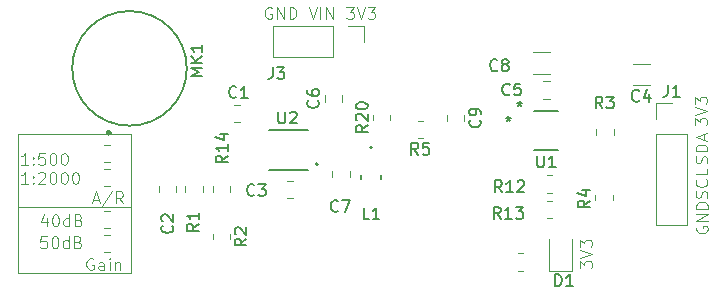
<source format=gbr>
%TF.GenerationSoftware,KiCad,Pcbnew,8.0.3-8.0.3-0~ubuntu24.04.1*%
%TF.CreationDate,2024-07-26T22:38:26-04:00*%
%TF.ProjectId,Microphone_ADC,4d696372-6f70-4686-9f6e-655f4144432e,rev?*%
%TF.SameCoordinates,Original*%
%TF.FileFunction,Legend,Top*%
%TF.FilePolarity,Positive*%
%FSLAX46Y46*%
G04 Gerber Fmt 4.6, Leading zero omitted, Abs format (unit mm)*
G04 Created by KiCad (PCBNEW 8.0.3-8.0.3-0~ubuntu24.04.1) date 2024-07-26 22:38:26*
%MOMM*%
%LPD*%
G01*
G04 APERTURE LIST*
%ADD10C,0.100000*%
%ADD11C,0.150000*%
%ADD12C,0.120000*%
%ADD13C,0.152400*%
%ADD14C,0.300000*%
%ADD15C,0.127000*%
G04 APERTURE END LIST*
D10*
X112137500Y-91900000D02*
X121737500Y-91900000D01*
X121737500Y-98050000D01*
X112137500Y-98050000D01*
X112137500Y-91900000D01*
X112137500Y-98050000D02*
X121737500Y-98050000D01*
X121737500Y-103650000D01*
X112137500Y-103650000D01*
X112137500Y-98050000D01*
X133615193Y-81220038D02*
X133519955Y-81172419D01*
X133519955Y-81172419D02*
X133377098Y-81172419D01*
X133377098Y-81172419D02*
X133234241Y-81220038D01*
X133234241Y-81220038D02*
X133139003Y-81315276D01*
X133139003Y-81315276D02*
X133091384Y-81410514D01*
X133091384Y-81410514D02*
X133043765Y-81600990D01*
X133043765Y-81600990D02*
X133043765Y-81743847D01*
X133043765Y-81743847D02*
X133091384Y-81934323D01*
X133091384Y-81934323D02*
X133139003Y-82029561D01*
X133139003Y-82029561D02*
X133234241Y-82124800D01*
X133234241Y-82124800D02*
X133377098Y-82172419D01*
X133377098Y-82172419D02*
X133472336Y-82172419D01*
X133472336Y-82172419D02*
X133615193Y-82124800D01*
X133615193Y-82124800D02*
X133662812Y-82077180D01*
X133662812Y-82077180D02*
X133662812Y-81743847D01*
X133662812Y-81743847D02*
X133472336Y-81743847D01*
X134091384Y-82172419D02*
X134091384Y-81172419D01*
X134091384Y-81172419D02*
X134662812Y-82172419D01*
X134662812Y-82172419D02*
X134662812Y-81172419D01*
X135139003Y-82172419D02*
X135139003Y-81172419D01*
X135139003Y-81172419D02*
X135377098Y-81172419D01*
X135377098Y-81172419D02*
X135519955Y-81220038D01*
X135519955Y-81220038D02*
X135615193Y-81315276D01*
X135615193Y-81315276D02*
X135662812Y-81410514D01*
X135662812Y-81410514D02*
X135710431Y-81600990D01*
X135710431Y-81600990D02*
X135710431Y-81743847D01*
X135710431Y-81743847D02*
X135662812Y-81934323D01*
X135662812Y-81934323D02*
X135615193Y-82029561D01*
X135615193Y-82029561D02*
X135519955Y-82124800D01*
X135519955Y-82124800D02*
X135377098Y-82172419D01*
X135377098Y-82172419D02*
X135139003Y-82172419D01*
X136758051Y-81172419D02*
X137091384Y-82172419D01*
X137091384Y-82172419D02*
X137424717Y-81172419D01*
X137758051Y-82172419D02*
X137758051Y-81172419D01*
X138234241Y-82172419D02*
X138234241Y-81172419D01*
X138234241Y-81172419D02*
X138805669Y-82172419D01*
X138805669Y-82172419D02*
X138805669Y-81172419D01*
X139948527Y-81172419D02*
X140567574Y-81172419D01*
X140567574Y-81172419D02*
X140234241Y-81553371D01*
X140234241Y-81553371D02*
X140377098Y-81553371D01*
X140377098Y-81553371D02*
X140472336Y-81600990D01*
X140472336Y-81600990D02*
X140519955Y-81648609D01*
X140519955Y-81648609D02*
X140567574Y-81743847D01*
X140567574Y-81743847D02*
X140567574Y-81981942D01*
X140567574Y-81981942D02*
X140519955Y-82077180D01*
X140519955Y-82077180D02*
X140472336Y-82124800D01*
X140472336Y-82124800D02*
X140377098Y-82172419D01*
X140377098Y-82172419D02*
X140091384Y-82172419D01*
X140091384Y-82172419D02*
X139996146Y-82124800D01*
X139996146Y-82124800D02*
X139948527Y-82077180D01*
X140853289Y-81172419D02*
X141186622Y-82172419D01*
X141186622Y-82172419D02*
X141519955Y-81172419D01*
X141758051Y-81172419D02*
X142377098Y-81172419D01*
X142377098Y-81172419D02*
X142043765Y-81553371D01*
X142043765Y-81553371D02*
X142186622Y-81553371D01*
X142186622Y-81553371D02*
X142281860Y-81600990D01*
X142281860Y-81600990D02*
X142329479Y-81648609D01*
X142329479Y-81648609D02*
X142377098Y-81743847D01*
X142377098Y-81743847D02*
X142377098Y-81981942D01*
X142377098Y-81981942D02*
X142329479Y-82077180D01*
X142329479Y-82077180D02*
X142281860Y-82124800D01*
X142281860Y-82124800D02*
X142186622Y-82172419D01*
X142186622Y-82172419D02*
X141900908Y-82172419D01*
X141900908Y-82172419D02*
X141805670Y-82124800D01*
X141805670Y-82124800D02*
X141758051Y-82077180D01*
X113015193Y-94512475D02*
X112443765Y-94512475D01*
X112729479Y-94512475D02*
X112729479Y-93512475D01*
X112729479Y-93512475D02*
X112634241Y-93655332D01*
X112634241Y-93655332D02*
X112539003Y-93750570D01*
X112539003Y-93750570D02*
X112443765Y-93798189D01*
X113443765Y-94417236D02*
X113491384Y-94464856D01*
X113491384Y-94464856D02*
X113443765Y-94512475D01*
X113443765Y-94512475D02*
X113396146Y-94464856D01*
X113396146Y-94464856D02*
X113443765Y-94417236D01*
X113443765Y-94417236D02*
X113443765Y-94512475D01*
X113443765Y-93893427D02*
X113491384Y-93941046D01*
X113491384Y-93941046D02*
X113443765Y-93988665D01*
X113443765Y-93988665D02*
X113396146Y-93941046D01*
X113396146Y-93941046D02*
X113443765Y-93893427D01*
X113443765Y-93893427D02*
X113443765Y-93988665D01*
X114396145Y-93512475D02*
X113919955Y-93512475D01*
X113919955Y-93512475D02*
X113872336Y-93988665D01*
X113872336Y-93988665D02*
X113919955Y-93941046D01*
X113919955Y-93941046D02*
X114015193Y-93893427D01*
X114015193Y-93893427D02*
X114253288Y-93893427D01*
X114253288Y-93893427D02*
X114348526Y-93941046D01*
X114348526Y-93941046D02*
X114396145Y-93988665D01*
X114396145Y-93988665D02*
X114443764Y-94083903D01*
X114443764Y-94083903D02*
X114443764Y-94321998D01*
X114443764Y-94321998D02*
X114396145Y-94417236D01*
X114396145Y-94417236D02*
X114348526Y-94464856D01*
X114348526Y-94464856D02*
X114253288Y-94512475D01*
X114253288Y-94512475D02*
X114015193Y-94512475D01*
X114015193Y-94512475D02*
X113919955Y-94464856D01*
X113919955Y-94464856D02*
X113872336Y-94417236D01*
X115062812Y-93512475D02*
X115158050Y-93512475D01*
X115158050Y-93512475D02*
X115253288Y-93560094D01*
X115253288Y-93560094D02*
X115300907Y-93607713D01*
X115300907Y-93607713D02*
X115348526Y-93702951D01*
X115348526Y-93702951D02*
X115396145Y-93893427D01*
X115396145Y-93893427D02*
X115396145Y-94131522D01*
X115396145Y-94131522D02*
X115348526Y-94321998D01*
X115348526Y-94321998D02*
X115300907Y-94417236D01*
X115300907Y-94417236D02*
X115253288Y-94464856D01*
X115253288Y-94464856D02*
X115158050Y-94512475D01*
X115158050Y-94512475D02*
X115062812Y-94512475D01*
X115062812Y-94512475D02*
X114967574Y-94464856D01*
X114967574Y-94464856D02*
X114919955Y-94417236D01*
X114919955Y-94417236D02*
X114872336Y-94321998D01*
X114872336Y-94321998D02*
X114824717Y-94131522D01*
X114824717Y-94131522D02*
X114824717Y-93893427D01*
X114824717Y-93893427D02*
X114872336Y-93702951D01*
X114872336Y-93702951D02*
X114919955Y-93607713D01*
X114919955Y-93607713D02*
X114967574Y-93560094D01*
X114967574Y-93560094D02*
X115062812Y-93512475D01*
X116015193Y-93512475D02*
X116110431Y-93512475D01*
X116110431Y-93512475D02*
X116205669Y-93560094D01*
X116205669Y-93560094D02*
X116253288Y-93607713D01*
X116253288Y-93607713D02*
X116300907Y-93702951D01*
X116300907Y-93702951D02*
X116348526Y-93893427D01*
X116348526Y-93893427D02*
X116348526Y-94131522D01*
X116348526Y-94131522D02*
X116300907Y-94321998D01*
X116300907Y-94321998D02*
X116253288Y-94417236D01*
X116253288Y-94417236D02*
X116205669Y-94464856D01*
X116205669Y-94464856D02*
X116110431Y-94512475D01*
X116110431Y-94512475D02*
X116015193Y-94512475D01*
X116015193Y-94512475D02*
X115919955Y-94464856D01*
X115919955Y-94464856D02*
X115872336Y-94417236D01*
X115872336Y-94417236D02*
X115824717Y-94321998D01*
X115824717Y-94321998D02*
X115777098Y-94131522D01*
X115777098Y-94131522D02*
X115777098Y-93893427D01*
X115777098Y-93893427D02*
X115824717Y-93702951D01*
X115824717Y-93702951D02*
X115872336Y-93607713D01*
X115872336Y-93607713D02*
X115919955Y-93560094D01*
X115919955Y-93560094D02*
X116015193Y-93512475D01*
X113015193Y-96122419D02*
X112443765Y-96122419D01*
X112729479Y-96122419D02*
X112729479Y-95122419D01*
X112729479Y-95122419D02*
X112634241Y-95265276D01*
X112634241Y-95265276D02*
X112539003Y-95360514D01*
X112539003Y-95360514D02*
X112443765Y-95408133D01*
X113443765Y-96027180D02*
X113491384Y-96074800D01*
X113491384Y-96074800D02*
X113443765Y-96122419D01*
X113443765Y-96122419D02*
X113396146Y-96074800D01*
X113396146Y-96074800D02*
X113443765Y-96027180D01*
X113443765Y-96027180D02*
X113443765Y-96122419D01*
X113443765Y-95503371D02*
X113491384Y-95550990D01*
X113491384Y-95550990D02*
X113443765Y-95598609D01*
X113443765Y-95598609D02*
X113396146Y-95550990D01*
X113396146Y-95550990D02*
X113443765Y-95503371D01*
X113443765Y-95503371D02*
X113443765Y-95598609D01*
X113872336Y-95217657D02*
X113919955Y-95170038D01*
X113919955Y-95170038D02*
X114015193Y-95122419D01*
X114015193Y-95122419D02*
X114253288Y-95122419D01*
X114253288Y-95122419D02*
X114348526Y-95170038D01*
X114348526Y-95170038D02*
X114396145Y-95217657D01*
X114396145Y-95217657D02*
X114443764Y-95312895D01*
X114443764Y-95312895D02*
X114443764Y-95408133D01*
X114443764Y-95408133D02*
X114396145Y-95550990D01*
X114396145Y-95550990D02*
X113824717Y-96122419D01*
X113824717Y-96122419D02*
X114443764Y-96122419D01*
X115062812Y-95122419D02*
X115158050Y-95122419D01*
X115158050Y-95122419D02*
X115253288Y-95170038D01*
X115253288Y-95170038D02*
X115300907Y-95217657D01*
X115300907Y-95217657D02*
X115348526Y-95312895D01*
X115348526Y-95312895D02*
X115396145Y-95503371D01*
X115396145Y-95503371D02*
X115396145Y-95741466D01*
X115396145Y-95741466D02*
X115348526Y-95931942D01*
X115348526Y-95931942D02*
X115300907Y-96027180D01*
X115300907Y-96027180D02*
X115253288Y-96074800D01*
X115253288Y-96074800D02*
X115158050Y-96122419D01*
X115158050Y-96122419D02*
X115062812Y-96122419D01*
X115062812Y-96122419D02*
X114967574Y-96074800D01*
X114967574Y-96074800D02*
X114919955Y-96027180D01*
X114919955Y-96027180D02*
X114872336Y-95931942D01*
X114872336Y-95931942D02*
X114824717Y-95741466D01*
X114824717Y-95741466D02*
X114824717Y-95503371D01*
X114824717Y-95503371D02*
X114872336Y-95312895D01*
X114872336Y-95312895D02*
X114919955Y-95217657D01*
X114919955Y-95217657D02*
X114967574Y-95170038D01*
X114967574Y-95170038D02*
X115062812Y-95122419D01*
X116015193Y-95122419D02*
X116110431Y-95122419D01*
X116110431Y-95122419D02*
X116205669Y-95170038D01*
X116205669Y-95170038D02*
X116253288Y-95217657D01*
X116253288Y-95217657D02*
X116300907Y-95312895D01*
X116300907Y-95312895D02*
X116348526Y-95503371D01*
X116348526Y-95503371D02*
X116348526Y-95741466D01*
X116348526Y-95741466D02*
X116300907Y-95931942D01*
X116300907Y-95931942D02*
X116253288Y-96027180D01*
X116253288Y-96027180D02*
X116205669Y-96074800D01*
X116205669Y-96074800D02*
X116110431Y-96122419D01*
X116110431Y-96122419D02*
X116015193Y-96122419D01*
X116015193Y-96122419D02*
X115919955Y-96074800D01*
X115919955Y-96074800D02*
X115872336Y-96027180D01*
X115872336Y-96027180D02*
X115824717Y-95931942D01*
X115824717Y-95931942D02*
X115777098Y-95741466D01*
X115777098Y-95741466D02*
X115777098Y-95503371D01*
X115777098Y-95503371D02*
X115824717Y-95312895D01*
X115824717Y-95312895D02*
X115872336Y-95217657D01*
X115872336Y-95217657D02*
X115919955Y-95170038D01*
X115919955Y-95170038D02*
X116015193Y-95122419D01*
X116967574Y-95122419D02*
X117062812Y-95122419D01*
X117062812Y-95122419D02*
X117158050Y-95170038D01*
X117158050Y-95170038D02*
X117205669Y-95217657D01*
X117205669Y-95217657D02*
X117253288Y-95312895D01*
X117253288Y-95312895D02*
X117300907Y-95503371D01*
X117300907Y-95503371D02*
X117300907Y-95741466D01*
X117300907Y-95741466D02*
X117253288Y-95931942D01*
X117253288Y-95931942D02*
X117205669Y-96027180D01*
X117205669Y-96027180D02*
X117158050Y-96074800D01*
X117158050Y-96074800D02*
X117062812Y-96122419D01*
X117062812Y-96122419D02*
X116967574Y-96122419D01*
X116967574Y-96122419D02*
X116872336Y-96074800D01*
X116872336Y-96074800D02*
X116824717Y-96027180D01*
X116824717Y-96027180D02*
X116777098Y-95931942D01*
X116777098Y-95931942D02*
X116729479Y-95741466D01*
X116729479Y-95741466D02*
X116729479Y-95503371D01*
X116729479Y-95503371D02*
X116777098Y-95312895D01*
X116777098Y-95312895D02*
X116824717Y-95217657D01*
X116824717Y-95217657D02*
X116872336Y-95170038D01*
X116872336Y-95170038D02*
X116967574Y-95122419D01*
X169472419Y-91171353D02*
X169472419Y-90552306D01*
X169472419Y-90552306D02*
X169853371Y-90885639D01*
X169853371Y-90885639D02*
X169853371Y-90742782D01*
X169853371Y-90742782D02*
X169900990Y-90647544D01*
X169900990Y-90647544D02*
X169948609Y-90599925D01*
X169948609Y-90599925D02*
X170043847Y-90552306D01*
X170043847Y-90552306D02*
X170281942Y-90552306D01*
X170281942Y-90552306D02*
X170377180Y-90599925D01*
X170377180Y-90599925D02*
X170424800Y-90647544D01*
X170424800Y-90647544D02*
X170472419Y-90742782D01*
X170472419Y-90742782D02*
X170472419Y-91028496D01*
X170472419Y-91028496D02*
X170424800Y-91123734D01*
X170424800Y-91123734D02*
X170377180Y-91171353D01*
X169472419Y-90266591D02*
X170472419Y-89933258D01*
X170472419Y-89933258D02*
X169472419Y-89599925D01*
X169472419Y-89361829D02*
X169472419Y-88742782D01*
X169472419Y-88742782D02*
X169853371Y-89076115D01*
X169853371Y-89076115D02*
X169853371Y-88933258D01*
X169853371Y-88933258D02*
X169900990Y-88838020D01*
X169900990Y-88838020D02*
X169948609Y-88790401D01*
X169948609Y-88790401D02*
X170043847Y-88742782D01*
X170043847Y-88742782D02*
X170281942Y-88742782D01*
X170281942Y-88742782D02*
X170377180Y-88790401D01*
X170377180Y-88790401D02*
X170424800Y-88838020D01*
X170424800Y-88838020D02*
X170472419Y-88933258D01*
X170472419Y-88933258D02*
X170472419Y-89218972D01*
X170472419Y-89218972D02*
X170424800Y-89314210D01*
X170424800Y-89314210D02*
X170377180Y-89361829D01*
X170474800Y-94373734D02*
X170522419Y-94230877D01*
X170522419Y-94230877D02*
X170522419Y-93992782D01*
X170522419Y-93992782D02*
X170474800Y-93897544D01*
X170474800Y-93897544D02*
X170427180Y-93849925D01*
X170427180Y-93849925D02*
X170331942Y-93802306D01*
X170331942Y-93802306D02*
X170236704Y-93802306D01*
X170236704Y-93802306D02*
X170141466Y-93849925D01*
X170141466Y-93849925D02*
X170093847Y-93897544D01*
X170093847Y-93897544D02*
X170046228Y-93992782D01*
X170046228Y-93992782D02*
X169998609Y-94183258D01*
X169998609Y-94183258D02*
X169950990Y-94278496D01*
X169950990Y-94278496D02*
X169903371Y-94326115D01*
X169903371Y-94326115D02*
X169808133Y-94373734D01*
X169808133Y-94373734D02*
X169712895Y-94373734D01*
X169712895Y-94373734D02*
X169617657Y-94326115D01*
X169617657Y-94326115D02*
X169570038Y-94278496D01*
X169570038Y-94278496D02*
X169522419Y-94183258D01*
X169522419Y-94183258D02*
X169522419Y-93945163D01*
X169522419Y-93945163D02*
X169570038Y-93802306D01*
X170522419Y-93373734D02*
X169522419Y-93373734D01*
X169522419Y-93373734D02*
X169522419Y-93135639D01*
X169522419Y-93135639D02*
X169570038Y-92992782D01*
X169570038Y-92992782D02*
X169665276Y-92897544D01*
X169665276Y-92897544D02*
X169760514Y-92849925D01*
X169760514Y-92849925D02*
X169950990Y-92802306D01*
X169950990Y-92802306D02*
X170093847Y-92802306D01*
X170093847Y-92802306D02*
X170284323Y-92849925D01*
X170284323Y-92849925D02*
X170379561Y-92897544D01*
X170379561Y-92897544D02*
X170474800Y-92992782D01*
X170474800Y-92992782D02*
X170522419Y-93135639D01*
X170522419Y-93135639D02*
X170522419Y-93373734D01*
X170236704Y-92421353D02*
X170236704Y-91945163D01*
X170522419Y-92516591D02*
X169522419Y-92183258D01*
X169522419Y-92183258D02*
X170522419Y-91849925D01*
X118493765Y-97486704D02*
X118969955Y-97486704D01*
X118398527Y-97772419D02*
X118731860Y-96772419D01*
X118731860Y-96772419D02*
X119065193Y-97772419D01*
X120112812Y-96724800D02*
X119255670Y-98010514D01*
X121017574Y-97772419D02*
X120684241Y-97296228D01*
X120446146Y-97772419D02*
X120446146Y-96772419D01*
X120446146Y-96772419D02*
X120827098Y-96772419D01*
X120827098Y-96772419D02*
X120922336Y-96820038D01*
X120922336Y-96820038D02*
X120969955Y-96867657D01*
X120969955Y-96867657D02*
X121017574Y-96962895D01*
X121017574Y-96962895D02*
X121017574Y-97105752D01*
X121017574Y-97105752D02*
X120969955Y-97200990D01*
X120969955Y-97200990D02*
X120922336Y-97248609D01*
X120922336Y-97248609D02*
X120827098Y-97296228D01*
X120827098Y-97296228D02*
X120446146Y-97296228D01*
X114567574Y-100572419D02*
X114091384Y-100572419D01*
X114091384Y-100572419D02*
X114043765Y-101048609D01*
X114043765Y-101048609D02*
X114091384Y-101000990D01*
X114091384Y-101000990D02*
X114186622Y-100953371D01*
X114186622Y-100953371D02*
X114424717Y-100953371D01*
X114424717Y-100953371D02*
X114519955Y-101000990D01*
X114519955Y-101000990D02*
X114567574Y-101048609D01*
X114567574Y-101048609D02*
X114615193Y-101143847D01*
X114615193Y-101143847D02*
X114615193Y-101381942D01*
X114615193Y-101381942D02*
X114567574Y-101477180D01*
X114567574Y-101477180D02*
X114519955Y-101524800D01*
X114519955Y-101524800D02*
X114424717Y-101572419D01*
X114424717Y-101572419D02*
X114186622Y-101572419D01*
X114186622Y-101572419D02*
X114091384Y-101524800D01*
X114091384Y-101524800D02*
X114043765Y-101477180D01*
X115234241Y-100572419D02*
X115329479Y-100572419D01*
X115329479Y-100572419D02*
X115424717Y-100620038D01*
X115424717Y-100620038D02*
X115472336Y-100667657D01*
X115472336Y-100667657D02*
X115519955Y-100762895D01*
X115519955Y-100762895D02*
X115567574Y-100953371D01*
X115567574Y-100953371D02*
X115567574Y-101191466D01*
X115567574Y-101191466D02*
X115519955Y-101381942D01*
X115519955Y-101381942D02*
X115472336Y-101477180D01*
X115472336Y-101477180D02*
X115424717Y-101524800D01*
X115424717Y-101524800D02*
X115329479Y-101572419D01*
X115329479Y-101572419D02*
X115234241Y-101572419D01*
X115234241Y-101572419D02*
X115139003Y-101524800D01*
X115139003Y-101524800D02*
X115091384Y-101477180D01*
X115091384Y-101477180D02*
X115043765Y-101381942D01*
X115043765Y-101381942D02*
X114996146Y-101191466D01*
X114996146Y-101191466D02*
X114996146Y-100953371D01*
X114996146Y-100953371D02*
X115043765Y-100762895D01*
X115043765Y-100762895D02*
X115091384Y-100667657D01*
X115091384Y-100667657D02*
X115139003Y-100620038D01*
X115139003Y-100620038D02*
X115234241Y-100572419D01*
X116424717Y-101572419D02*
X116424717Y-100572419D01*
X116424717Y-101524800D02*
X116329479Y-101572419D01*
X116329479Y-101572419D02*
X116139003Y-101572419D01*
X116139003Y-101572419D02*
X116043765Y-101524800D01*
X116043765Y-101524800D02*
X115996146Y-101477180D01*
X115996146Y-101477180D02*
X115948527Y-101381942D01*
X115948527Y-101381942D02*
X115948527Y-101096228D01*
X115948527Y-101096228D02*
X115996146Y-101000990D01*
X115996146Y-101000990D02*
X116043765Y-100953371D01*
X116043765Y-100953371D02*
X116139003Y-100905752D01*
X116139003Y-100905752D02*
X116329479Y-100905752D01*
X116329479Y-100905752D02*
X116424717Y-100953371D01*
X117234241Y-101048609D02*
X117377098Y-101096228D01*
X117377098Y-101096228D02*
X117424717Y-101143847D01*
X117424717Y-101143847D02*
X117472336Y-101239085D01*
X117472336Y-101239085D02*
X117472336Y-101381942D01*
X117472336Y-101381942D02*
X117424717Y-101477180D01*
X117424717Y-101477180D02*
X117377098Y-101524800D01*
X117377098Y-101524800D02*
X117281860Y-101572419D01*
X117281860Y-101572419D02*
X116900908Y-101572419D01*
X116900908Y-101572419D02*
X116900908Y-100572419D01*
X116900908Y-100572419D02*
X117234241Y-100572419D01*
X117234241Y-100572419D02*
X117329479Y-100620038D01*
X117329479Y-100620038D02*
X117377098Y-100667657D01*
X117377098Y-100667657D02*
X117424717Y-100762895D01*
X117424717Y-100762895D02*
X117424717Y-100858133D01*
X117424717Y-100858133D02*
X117377098Y-100953371D01*
X117377098Y-100953371D02*
X117329479Y-101000990D01*
X117329479Y-101000990D02*
X117234241Y-101048609D01*
X117234241Y-101048609D02*
X116900908Y-101048609D01*
X114569955Y-99055752D02*
X114569955Y-99722419D01*
X114331860Y-98674800D02*
X114093765Y-99389085D01*
X114093765Y-99389085D02*
X114712812Y-99389085D01*
X115284241Y-98722419D02*
X115379479Y-98722419D01*
X115379479Y-98722419D02*
X115474717Y-98770038D01*
X115474717Y-98770038D02*
X115522336Y-98817657D01*
X115522336Y-98817657D02*
X115569955Y-98912895D01*
X115569955Y-98912895D02*
X115617574Y-99103371D01*
X115617574Y-99103371D02*
X115617574Y-99341466D01*
X115617574Y-99341466D02*
X115569955Y-99531942D01*
X115569955Y-99531942D02*
X115522336Y-99627180D01*
X115522336Y-99627180D02*
X115474717Y-99674800D01*
X115474717Y-99674800D02*
X115379479Y-99722419D01*
X115379479Y-99722419D02*
X115284241Y-99722419D01*
X115284241Y-99722419D02*
X115189003Y-99674800D01*
X115189003Y-99674800D02*
X115141384Y-99627180D01*
X115141384Y-99627180D02*
X115093765Y-99531942D01*
X115093765Y-99531942D02*
X115046146Y-99341466D01*
X115046146Y-99341466D02*
X115046146Y-99103371D01*
X115046146Y-99103371D02*
X115093765Y-98912895D01*
X115093765Y-98912895D02*
X115141384Y-98817657D01*
X115141384Y-98817657D02*
X115189003Y-98770038D01*
X115189003Y-98770038D02*
X115284241Y-98722419D01*
X116474717Y-99722419D02*
X116474717Y-98722419D01*
X116474717Y-99674800D02*
X116379479Y-99722419D01*
X116379479Y-99722419D02*
X116189003Y-99722419D01*
X116189003Y-99722419D02*
X116093765Y-99674800D01*
X116093765Y-99674800D02*
X116046146Y-99627180D01*
X116046146Y-99627180D02*
X115998527Y-99531942D01*
X115998527Y-99531942D02*
X115998527Y-99246228D01*
X115998527Y-99246228D02*
X116046146Y-99150990D01*
X116046146Y-99150990D02*
X116093765Y-99103371D01*
X116093765Y-99103371D02*
X116189003Y-99055752D01*
X116189003Y-99055752D02*
X116379479Y-99055752D01*
X116379479Y-99055752D02*
X116474717Y-99103371D01*
X117284241Y-99198609D02*
X117427098Y-99246228D01*
X117427098Y-99246228D02*
X117474717Y-99293847D01*
X117474717Y-99293847D02*
X117522336Y-99389085D01*
X117522336Y-99389085D02*
X117522336Y-99531942D01*
X117522336Y-99531942D02*
X117474717Y-99627180D01*
X117474717Y-99627180D02*
X117427098Y-99674800D01*
X117427098Y-99674800D02*
X117331860Y-99722419D01*
X117331860Y-99722419D02*
X116950908Y-99722419D01*
X116950908Y-99722419D02*
X116950908Y-98722419D01*
X116950908Y-98722419D02*
X117284241Y-98722419D01*
X117284241Y-98722419D02*
X117379479Y-98770038D01*
X117379479Y-98770038D02*
X117427098Y-98817657D01*
X117427098Y-98817657D02*
X117474717Y-98912895D01*
X117474717Y-98912895D02*
X117474717Y-99008133D01*
X117474717Y-99008133D02*
X117427098Y-99103371D01*
X117427098Y-99103371D02*
X117379479Y-99150990D01*
X117379479Y-99150990D02*
X117284241Y-99198609D01*
X117284241Y-99198609D02*
X116950908Y-99198609D01*
X118515193Y-102470038D02*
X118419955Y-102422419D01*
X118419955Y-102422419D02*
X118277098Y-102422419D01*
X118277098Y-102422419D02*
X118134241Y-102470038D01*
X118134241Y-102470038D02*
X118039003Y-102565276D01*
X118039003Y-102565276D02*
X117991384Y-102660514D01*
X117991384Y-102660514D02*
X117943765Y-102850990D01*
X117943765Y-102850990D02*
X117943765Y-102993847D01*
X117943765Y-102993847D02*
X117991384Y-103184323D01*
X117991384Y-103184323D02*
X118039003Y-103279561D01*
X118039003Y-103279561D02*
X118134241Y-103374800D01*
X118134241Y-103374800D02*
X118277098Y-103422419D01*
X118277098Y-103422419D02*
X118372336Y-103422419D01*
X118372336Y-103422419D02*
X118515193Y-103374800D01*
X118515193Y-103374800D02*
X118562812Y-103327180D01*
X118562812Y-103327180D02*
X118562812Y-102993847D01*
X118562812Y-102993847D02*
X118372336Y-102993847D01*
X119419955Y-103422419D02*
X119419955Y-102898609D01*
X119419955Y-102898609D02*
X119372336Y-102803371D01*
X119372336Y-102803371D02*
X119277098Y-102755752D01*
X119277098Y-102755752D02*
X119086622Y-102755752D01*
X119086622Y-102755752D02*
X118991384Y-102803371D01*
X119419955Y-103374800D02*
X119324717Y-103422419D01*
X119324717Y-103422419D02*
X119086622Y-103422419D01*
X119086622Y-103422419D02*
X118991384Y-103374800D01*
X118991384Y-103374800D02*
X118943765Y-103279561D01*
X118943765Y-103279561D02*
X118943765Y-103184323D01*
X118943765Y-103184323D02*
X118991384Y-103089085D01*
X118991384Y-103089085D02*
X119086622Y-103041466D01*
X119086622Y-103041466D02*
X119324717Y-103041466D01*
X119324717Y-103041466D02*
X119419955Y-102993847D01*
X119896146Y-103422419D02*
X119896146Y-102755752D01*
X119896146Y-102422419D02*
X119848527Y-102470038D01*
X119848527Y-102470038D02*
X119896146Y-102517657D01*
X119896146Y-102517657D02*
X119943765Y-102470038D01*
X119943765Y-102470038D02*
X119896146Y-102422419D01*
X119896146Y-102422419D02*
X119896146Y-102517657D01*
X120372336Y-102755752D02*
X120372336Y-103422419D01*
X120372336Y-102850990D02*
X120419955Y-102803371D01*
X120419955Y-102803371D02*
X120515193Y-102755752D01*
X120515193Y-102755752D02*
X120658050Y-102755752D01*
X120658050Y-102755752D02*
X120753288Y-102803371D01*
X120753288Y-102803371D02*
X120800907Y-102898609D01*
X120800907Y-102898609D02*
X120800907Y-103422419D01*
X169620038Y-99752306D02*
X169572419Y-99847544D01*
X169572419Y-99847544D02*
X169572419Y-99990401D01*
X169572419Y-99990401D02*
X169620038Y-100133258D01*
X169620038Y-100133258D02*
X169715276Y-100228496D01*
X169715276Y-100228496D02*
X169810514Y-100276115D01*
X169810514Y-100276115D02*
X170000990Y-100323734D01*
X170000990Y-100323734D02*
X170143847Y-100323734D01*
X170143847Y-100323734D02*
X170334323Y-100276115D01*
X170334323Y-100276115D02*
X170429561Y-100228496D01*
X170429561Y-100228496D02*
X170524800Y-100133258D01*
X170524800Y-100133258D02*
X170572419Y-99990401D01*
X170572419Y-99990401D02*
X170572419Y-99895163D01*
X170572419Y-99895163D02*
X170524800Y-99752306D01*
X170524800Y-99752306D02*
X170477180Y-99704687D01*
X170477180Y-99704687D02*
X170143847Y-99704687D01*
X170143847Y-99704687D02*
X170143847Y-99895163D01*
X170572419Y-99276115D02*
X169572419Y-99276115D01*
X169572419Y-99276115D02*
X170572419Y-98704687D01*
X170572419Y-98704687D02*
X169572419Y-98704687D01*
X170572419Y-98228496D02*
X169572419Y-98228496D01*
X169572419Y-98228496D02*
X169572419Y-97990401D01*
X169572419Y-97990401D02*
X169620038Y-97847544D01*
X169620038Y-97847544D02*
X169715276Y-97752306D01*
X169715276Y-97752306D02*
X169810514Y-97704687D01*
X169810514Y-97704687D02*
X170000990Y-97657068D01*
X170000990Y-97657068D02*
X170143847Y-97657068D01*
X170143847Y-97657068D02*
X170334323Y-97704687D01*
X170334323Y-97704687D02*
X170429561Y-97752306D01*
X170429561Y-97752306D02*
X170524800Y-97847544D01*
X170524800Y-97847544D02*
X170572419Y-97990401D01*
X170572419Y-97990401D02*
X170572419Y-98228496D01*
X159722419Y-103271353D02*
X159722419Y-102652306D01*
X159722419Y-102652306D02*
X160103371Y-102985639D01*
X160103371Y-102985639D02*
X160103371Y-102842782D01*
X160103371Y-102842782D02*
X160150990Y-102747544D01*
X160150990Y-102747544D02*
X160198609Y-102699925D01*
X160198609Y-102699925D02*
X160293847Y-102652306D01*
X160293847Y-102652306D02*
X160531942Y-102652306D01*
X160531942Y-102652306D02*
X160627180Y-102699925D01*
X160627180Y-102699925D02*
X160674800Y-102747544D01*
X160674800Y-102747544D02*
X160722419Y-102842782D01*
X160722419Y-102842782D02*
X160722419Y-103128496D01*
X160722419Y-103128496D02*
X160674800Y-103223734D01*
X160674800Y-103223734D02*
X160627180Y-103271353D01*
X159722419Y-102366591D02*
X160722419Y-102033258D01*
X160722419Y-102033258D02*
X159722419Y-101699925D01*
X159722419Y-101461829D02*
X159722419Y-100842782D01*
X159722419Y-100842782D02*
X160103371Y-101176115D01*
X160103371Y-101176115D02*
X160103371Y-101033258D01*
X160103371Y-101033258D02*
X160150990Y-100938020D01*
X160150990Y-100938020D02*
X160198609Y-100890401D01*
X160198609Y-100890401D02*
X160293847Y-100842782D01*
X160293847Y-100842782D02*
X160531942Y-100842782D01*
X160531942Y-100842782D02*
X160627180Y-100890401D01*
X160627180Y-100890401D02*
X160674800Y-100938020D01*
X160674800Y-100938020D02*
X160722419Y-101033258D01*
X160722419Y-101033258D02*
X160722419Y-101318972D01*
X160722419Y-101318972D02*
X160674800Y-101414210D01*
X160674800Y-101414210D02*
X160627180Y-101461829D01*
X170474800Y-97323734D02*
X170522419Y-97180877D01*
X170522419Y-97180877D02*
X170522419Y-96942782D01*
X170522419Y-96942782D02*
X170474800Y-96847544D01*
X170474800Y-96847544D02*
X170427180Y-96799925D01*
X170427180Y-96799925D02*
X170331942Y-96752306D01*
X170331942Y-96752306D02*
X170236704Y-96752306D01*
X170236704Y-96752306D02*
X170141466Y-96799925D01*
X170141466Y-96799925D02*
X170093847Y-96847544D01*
X170093847Y-96847544D02*
X170046228Y-96942782D01*
X170046228Y-96942782D02*
X169998609Y-97133258D01*
X169998609Y-97133258D02*
X169950990Y-97228496D01*
X169950990Y-97228496D02*
X169903371Y-97276115D01*
X169903371Y-97276115D02*
X169808133Y-97323734D01*
X169808133Y-97323734D02*
X169712895Y-97323734D01*
X169712895Y-97323734D02*
X169617657Y-97276115D01*
X169617657Y-97276115D02*
X169570038Y-97228496D01*
X169570038Y-97228496D02*
X169522419Y-97133258D01*
X169522419Y-97133258D02*
X169522419Y-96895163D01*
X169522419Y-96895163D02*
X169570038Y-96752306D01*
X170427180Y-95752306D02*
X170474800Y-95799925D01*
X170474800Y-95799925D02*
X170522419Y-95942782D01*
X170522419Y-95942782D02*
X170522419Y-96038020D01*
X170522419Y-96038020D02*
X170474800Y-96180877D01*
X170474800Y-96180877D02*
X170379561Y-96276115D01*
X170379561Y-96276115D02*
X170284323Y-96323734D01*
X170284323Y-96323734D02*
X170093847Y-96371353D01*
X170093847Y-96371353D02*
X169950990Y-96371353D01*
X169950990Y-96371353D02*
X169760514Y-96323734D01*
X169760514Y-96323734D02*
X169665276Y-96276115D01*
X169665276Y-96276115D02*
X169570038Y-96180877D01*
X169570038Y-96180877D02*
X169522419Y-96038020D01*
X169522419Y-96038020D02*
X169522419Y-95942782D01*
X169522419Y-95942782D02*
X169570038Y-95799925D01*
X169570038Y-95799925D02*
X169617657Y-95752306D01*
X170522419Y-94847544D02*
X170522419Y-95323734D01*
X170522419Y-95323734D02*
X169522419Y-95323734D01*
D11*
X151239580Y-90716666D02*
X151287200Y-90764285D01*
X151287200Y-90764285D02*
X151334819Y-90907142D01*
X151334819Y-90907142D02*
X151334819Y-91002380D01*
X151334819Y-91002380D02*
X151287200Y-91145237D01*
X151287200Y-91145237D02*
X151191961Y-91240475D01*
X151191961Y-91240475D02*
X151096723Y-91288094D01*
X151096723Y-91288094D02*
X150906247Y-91335713D01*
X150906247Y-91335713D02*
X150763390Y-91335713D01*
X150763390Y-91335713D02*
X150572914Y-91288094D01*
X150572914Y-91288094D02*
X150477676Y-91240475D01*
X150477676Y-91240475D02*
X150382438Y-91145237D01*
X150382438Y-91145237D02*
X150334819Y-91002380D01*
X150334819Y-91002380D02*
X150334819Y-90907142D01*
X150334819Y-90907142D02*
X150382438Y-90764285D01*
X150382438Y-90764285D02*
X150430057Y-90716666D01*
X151334819Y-90240475D02*
X151334819Y-90049999D01*
X151334819Y-90049999D02*
X151287200Y-89954761D01*
X151287200Y-89954761D02*
X151239580Y-89907142D01*
X151239580Y-89907142D02*
X151096723Y-89811904D01*
X151096723Y-89811904D02*
X150906247Y-89764285D01*
X150906247Y-89764285D02*
X150525295Y-89764285D01*
X150525295Y-89764285D02*
X150430057Y-89811904D01*
X150430057Y-89811904D02*
X150382438Y-89859523D01*
X150382438Y-89859523D02*
X150334819Y-89954761D01*
X150334819Y-89954761D02*
X150334819Y-90145237D01*
X150334819Y-90145237D02*
X150382438Y-90240475D01*
X150382438Y-90240475D02*
X150430057Y-90288094D01*
X150430057Y-90288094D02*
X150525295Y-90335713D01*
X150525295Y-90335713D02*
X150763390Y-90335713D01*
X150763390Y-90335713D02*
X150858628Y-90288094D01*
X150858628Y-90288094D02*
X150906247Y-90240475D01*
X150906247Y-90240475D02*
X150953866Y-90145237D01*
X150953866Y-90145237D02*
X150953866Y-89954761D01*
X150953866Y-89954761D02*
X150906247Y-89859523D01*
X150906247Y-89859523D02*
X150858628Y-89811904D01*
X150858628Y-89811904D02*
X150763390Y-89764285D01*
X146033333Y-93654819D02*
X145700000Y-93178628D01*
X145461905Y-93654819D02*
X145461905Y-92654819D01*
X145461905Y-92654819D02*
X145842857Y-92654819D01*
X145842857Y-92654819D02*
X145938095Y-92702438D01*
X145938095Y-92702438D02*
X145985714Y-92750057D01*
X145985714Y-92750057D02*
X146033333Y-92845295D01*
X146033333Y-92845295D02*
X146033333Y-92988152D01*
X146033333Y-92988152D02*
X145985714Y-93083390D01*
X145985714Y-93083390D02*
X145938095Y-93131009D01*
X145938095Y-93131009D02*
X145842857Y-93178628D01*
X145842857Y-93178628D02*
X145461905Y-93178628D01*
X146938095Y-92654819D02*
X146461905Y-92654819D01*
X146461905Y-92654819D02*
X146414286Y-93131009D01*
X146414286Y-93131009D02*
X146461905Y-93083390D01*
X146461905Y-93083390D02*
X146557143Y-93035771D01*
X146557143Y-93035771D02*
X146795238Y-93035771D01*
X146795238Y-93035771D02*
X146890476Y-93083390D01*
X146890476Y-93083390D02*
X146938095Y-93131009D01*
X146938095Y-93131009D02*
X146985714Y-93226247D01*
X146985714Y-93226247D02*
X146985714Y-93464342D01*
X146985714Y-93464342D02*
X146938095Y-93559580D01*
X146938095Y-93559580D02*
X146890476Y-93607200D01*
X146890476Y-93607200D02*
X146795238Y-93654819D01*
X146795238Y-93654819D02*
X146557143Y-93654819D01*
X146557143Y-93654819D02*
X146461905Y-93607200D01*
X146461905Y-93607200D02*
X146414286Y-93559580D01*
X164744933Y-89065030D02*
X164697314Y-89112650D01*
X164697314Y-89112650D02*
X164554457Y-89160269D01*
X164554457Y-89160269D02*
X164459219Y-89160269D01*
X164459219Y-89160269D02*
X164316362Y-89112650D01*
X164316362Y-89112650D02*
X164221124Y-89017411D01*
X164221124Y-89017411D02*
X164173505Y-88922173D01*
X164173505Y-88922173D02*
X164125886Y-88731697D01*
X164125886Y-88731697D02*
X164125886Y-88588840D01*
X164125886Y-88588840D02*
X164173505Y-88398364D01*
X164173505Y-88398364D02*
X164221124Y-88303126D01*
X164221124Y-88303126D02*
X164316362Y-88207888D01*
X164316362Y-88207888D02*
X164459219Y-88160269D01*
X164459219Y-88160269D02*
X164554457Y-88160269D01*
X164554457Y-88160269D02*
X164697314Y-88207888D01*
X164697314Y-88207888D02*
X164744933Y-88255507D01*
X165602076Y-88493602D02*
X165602076Y-89160269D01*
X165363981Y-88112650D02*
X165125886Y-88826935D01*
X165125886Y-88826935D02*
X165744933Y-88826935D01*
X160554819Y-97546666D02*
X160078628Y-97879999D01*
X160554819Y-98118094D02*
X159554819Y-98118094D01*
X159554819Y-98118094D02*
X159554819Y-97737142D01*
X159554819Y-97737142D02*
X159602438Y-97641904D01*
X159602438Y-97641904D02*
X159650057Y-97594285D01*
X159650057Y-97594285D02*
X159745295Y-97546666D01*
X159745295Y-97546666D02*
X159888152Y-97546666D01*
X159888152Y-97546666D02*
X159983390Y-97594285D01*
X159983390Y-97594285D02*
X160031009Y-97641904D01*
X160031009Y-97641904D02*
X160078628Y-97737142D01*
X160078628Y-97737142D02*
X160078628Y-98118094D01*
X159888152Y-96689523D02*
X160554819Y-96689523D01*
X159507200Y-96927618D02*
X160221485Y-97165713D01*
X160221485Y-97165713D02*
X160221485Y-96546666D01*
X127442319Y-99516666D02*
X126966128Y-99849999D01*
X127442319Y-100088094D02*
X126442319Y-100088094D01*
X126442319Y-100088094D02*
X126442319Y-99707142D01*
X126442319Y-99707142D02*
X126489938Y-99611904D01*
X126489938Y-99611904D02*
X126537557Y-99564285D01*
X126537557Y-99564285D02*
X126632795Y-99516666D01*
X126632795Y-99516666D02*
X126775652Y-99516666D01*
X126775652Y-99516666D02*
X126870890Y-99564285D01*
X126870890Y-99564285D02*
X126918509Y-99611904D01*
X126918509Y-99611904D02*
X126966128Y-99707142D01*
X126966128Y-99707142D02*
X126966128Y-100088094D01*
X127442319Y-98564285D02*
X127442319Y-99135713D01*
X127442319Y-98849999D02*
X126442319Y-98849999D01*
X126442319Y-98849999D02*
X126585176Y-98945237D01*
X126585176Y-98945237D02*
X126680414Y-99040475D01*
X126680414Y-99040475D02*
X126728033Y-99135713D01*
X157611905Y-104784819D02*
X157611905Y-103784819D01*
X157611905Y-103784819D02*
X157850000Y-103784819D01*
X157850000Y-103784819D02*
X157992857Y-103832438D01*
X157992857Y-103832438D02*
X158088095Y-103927676D01*
X158088095Y-103927676D02*
X158135714Y-104022914D01*
X158135714Y-104022914D02*
X158183333Y-104213390D01*
X158183333Y-104213390D02*
X158183333Y-104356247D01*
X158183333Y-104356247D02*
X158135714Y-104546723D01*
X158135714Y-104546723D02*
X158088095Y-104641961D01*
X158088095Y-104641961D02*
X157992857Y-104737200D01*
X157992857Y-104737200D02*
X157850000Y-104784819D01*
X157850000Y-104784819D02*
X157611905Y-104784819D01*
X159135714Y-104784819D02*
X158564286Y-104784819D01*
X158850000Y-104784819D02*
X158850000Y-103784819D01*
X158850000Y-103784819D02*
X158754762Y-103927676D01*
X158754762Y-103927676D02*
X158659524Y-104022914D01*
X158659524Y-104022914D02*
X158564286Y-104070533D01*
X139233333Y-98397080D02*
X139185714Y-98444700D01*
X139185714Y-98444700D02*
X139042857Y-98492319D01*
X139042857Y-98492319D02*
X138947619Y-98492319D01*
X138947619Y-98492319D02*
X138804762Y-98444700D01*
X138804762Y-98444700D02*
X138709524Y-98349461D01*
X138709524Y-98349461D02*
X138661905Y-98254223D01*
X138661905Y-98254223D02*
X138614286Y-98063747D01*
X138614286Y-98063747D02*
X138614286Y-97920890D01*
X138614286Y-97920890D02*
X138661905Y-97730414D01*
X138661905Y-97730414D02*
X138709524Y-97635176D01*
X138709524Y-97635176D02*
X138804762Y-97539938D01*
X138804762Y-97539938D02*
X138947619Y-97492319D01*
X138947619Y-97492319D02*
X139042857Y-97492319D01*
X139042857Y-97492319D02*
X139185714Y-97539938D01*
X139185714Y-97539938D02*
X139233333Y-97587557D01*
X139566667Y-97492319D02*
X140233333Y-97492319D01*
X140233333Y-97492319D02*
X139804762Y-98492319D01*
X156088095Y-93734819D02*
X156088095Y-94544342D01*
X156088095Y-94544342D02*
X156135714Y-94639580D01*
X156135714Y-94639580D02*
X156183333Y-94687200D01*
X156183333Y-94687200D02*
X156278571Y-94734819D01*
X156278571Y-94734819D02*
X156469047Y-94734819D01*
X156469047Y-94734819D02*
X156564285Y-94687200D01*
X156564285Y-94687200D02*
X156611904Y-94639580D01*
X156611904Y-94639580D02*
X156659523Y-94544342D01*
X156659523Y-94544342D02*
X156659523Y-93734819D01*
X157659523Y-94734819D02*
X157088095Y-94734819D01*
X157373809Y-94734819D02*
X157373809Y-93734819D01*
X157373809Y-93734819D02*
X157278571Y-93877676D01*
X157278571Y-93877676D02*
X157183333Y-93972914D01*
X157183333Y-93972914D02*
X157088095Y-94020533D01*
X153661600Y-90410269D02*
X153661600Y-90648364D01*
X153423505Y-90553126D02*
X153661600Y-90648364D01*
X153661600Y-90648364D02*
X153899695Y-90553126D01*
X153518743Y-90838840D02*
X153661600Y-90648364D01*
X153661600Y-90648364D02*
X153804457Y-90838840D01*
X154611600Y-89110269D02*
X154611600Y-89348364D01*
X154373505Y-89253126D02*
X154611600Y-89348364D01*
X154611600Y-89348364D02*
X154849695Y-89253126D01*
X154468743Y-89538840D02*
X154611600Y-89348364D01*
X154611600Y-89348364D02*
X154754457Y-89538840D01*
X134188095Y-90004819D02*
X134188095Y-90814342D01*
X134188095Y-90814342D02*
X134235714Y-90909580D01*
X134235714Y-90909580D02*
X134283333Y-90957200D01*
X134283333Y-90957200D02*
X134378571Y-91004819D01*
X134378571Y-91004819D02*
X134569047Y-91004819D01*
X134569047Y-91004819D02*
X134664285Y-90957200D01*
X134664285Y-90957200D02*
X134711904Y-90909580D01*
X134711904Y-90909580D02*
X134759523Y-90814342D01*
X134759523Y-90814342D02*
X134759523Y-90004819D01*
X135188095Y-90100057D02*
X135235714Y-90052438D01*
X135235714Y-90052438D02*
X135330952Y-90004819D01*
X135330952Y-90004819D02*
X135569047Y-90004819D01*
X135569047Y-90004819D02*
X135664285Y-90052438D01*
X135664285Y-90052438D02*
X135711904Y-90100057D01*
X135711904Y-90100057D02*
X135759523Y-90195295D01*
X135759523Y-90195295D02*
X135759523Y-90290533D01*
X135759523Y-90290533D02*
X135711904Y-90433390D01*
X135711904Y-90433390D02*
X135140476Y-91004819D01*
X135140476Y-91004819D02*
X135759523Y-91004819D01*
X153783333Y-88539580D02*
X153735714Y-88587200D01*
X153735714Y-88587200D02*
X153592857Y-88634819D01*
X153592857Y-88634819D02*
X153497619Y-88634819D01*
X153497619Y-88634819D02*
X153354762Y-88587200D01*
X153354762Y-88587200D02*
X153259524Y-88491961D01*
X153259524Y-88491961D02*
X153211905Y-88396723D01*
X153211905Y-88396723D02*
X153164286Y-88206247D01*
X153164286Y-88206247D02*
X153164286Y-88063390D01*
X153164286Y-88063390D02*
X153211905Y-87872914D01*
X153211905Y-87872914D02*
X153259524Y-87777676D01*
X153259524Y-87777676D02*
X153354762Y-87682438D01*
X153354762Y-87682438D02*
X153497619Y-87634819D01*
X153497619Y-87634819D02*
X153592857Y-87634819D01*
X153592857Y-87634819D02*
X153735714Y-87682438D01*
X153735714Y-87682438D02*
X153783333Y-87730057D01*
X154688095Y-87634819D02*
X154211905Y-87634819D01*
X154211905Y-87634819D02*
X154164286Y-88111009D01*
X154164286Y-88111009D02*
X154211905Y-88063390D01*
X154211905Y-88063390D02*
X154307143Y-88015771D01*
X154307143Y-88015771D02*
X154545238Y-88015771D01*
X154545238Y-88015771D02*
X154640476Y-88063390D01*
X154640476Y-88063390D02*
X154688095Y-88111009D01*
X154688095Y-88111009D02*
X154735714Y-88206247D01*
X154735714Y-88206247D02*
X154735714Y-88444342D01*
X154735714Y-88444342D02*
X154688095Y-88539580D01*
X154688095Y-88539580D02*
X154640476Y-88587200D01*
X154640476Y-88587200D02*
X154545238Y-88634819D01*
X154545238Y-88634819D02*
X154307143Y-88634819D01*
X154307143Y-88634819D02*
X154211905Y-88587200D01*
X154211905Y-88587200D02*
X154164286Y-88539580D01*
X131492319Y-100766666D02*
X131016128Y-101099999D01*
X131492319Y-101338094D02*
X130492319Y-101338094D01*
X130492319Y-101338094D02*
X130492319Y-100957142D01*
X130492319Y-100957142D02*
X130539938Y-100861904D01*
X130539938Y-100861904D02*
X130587557Y-100814285D01*
X130587557Y-100814285D02*
X130682795Y-100766666D01*
X130682795Y-100766666D02*
X130825652Y-100766666D01*
X130825652Y-100766666D02*
X130920890Y-100814285D01*
X130920890Y-100814285D02*
X130968509Y-100861904D01*
X130968509Y-100861904D02*
X131016128Y-100957142D01*
X131016128Y-100957142D02*
X131016128Y-101338094D01*
X130587557Y-100385713D02*
X130539938Y-100338094D01*
X130539938Y-100338094D02*
X130492319Y-100242856D01*
X130492319Y-100242856D02*
X130492319Y-100004761D01*
X130492319Y-100004761D02*
X130539938Y-99909523D01*
X130539938Y-99909523D02*
X130587557Y-99861904D01*
X130587557Y-99861904D02*
X130682795Y-99814285D01*
X130682795Y-99814285D02*
X130778033Y-99814285D01*
X130778033Y-99814285D02*
X130920890Y-99861904D01*
X130920890Y-99861904D02*
X131492319Y-100433332D01*
X131492319Y-100433332D02*
X131492319Y-99814285D01*
X153007142Y-99084819D02*
X152673809Y-98608628D01*
X152435714Y-99084819D02*
X152435714Y-98084819D01*
X152435714Y-98084819D02*
X152816666Y-98084819D01*
X152816666Y-98084819D02*
X152911904Y-98132438D01*
X152911904Y-98132438D02*
X152959523Y-98180057D01*
X152959523Y-98180057D02*
X153007142Y-98275295D01*
X153007142Y-98275295D02*
X153007142Y-98418152D01*
X153007142Y-98418152D02*
X152959523Y-98513390D01*
X152959523Y-98513390D02*
X152911904Y-98561009D01*
X152911904Y-98561009D02*
X152816666Y-98608628D01*
X152816666Y-98608628D02*
X152435714Y-98608628D01*
X153959523Y-99084819D02*
X153388095Y-99084819D01*
X153673809Y-99084819D02*
X153673809Y-98084819D01*
X153673809Y-98084819D02*
X153578571Y-98227676D01*
X153578571Y-98227676D02*
X153483333Y-98322914D01*
X153483333Y-98322914D02*
X153388095Y-98370533D01*
X154292857Y-98084819D02*
X154911904Y-98084819D01*
X154911904Y-98084819D02*
X154578571Y-98465771D01*
X154578571Y-98465771D02*
X154721428Y-98465771D01*
X154721428Y-98465771D02*
X154816666Y-98513390D01*
X154816666Y-98513390D02*
X154864285Y-98561009D01*
X154864285Y-98561009D02*
X154911904Y-98656247D01*
X154911904Y-98656247D02*
X154911904Y-98894342D01*
X154911904Y-98894342D02*
X154864285Y-98989580D01*
X154864285Y-98989580D02*
X154816666Y-99037200D01*
X154816666Y-99037200D02*
X154721428Y-99084819D01*
X154721428Y-99084819D02*
X154435714Y-99084819D01*
X154435714Y-99084819D02*
X154340476Y-99037200D01*
X154340476Y-99037200D02*
X154292857Y-98989580D01*
X141883333Y-99142319D02*
X141407143Y-99142319D01*
X141407143Y-99142319D02*
X141407143Y-98142319D01*
X142740476Y-99142319D02*
X142169048Y-99142319D01*
X142454762Y-99142319D02*
X142454762Y-98142319D01*
X142454762Y-98142319D02*
X142359524Y-98285176D01*
X142359524Y-98285176D02*
X142264286Y-98380414D01*
X142264286Y-98380414D02*
X142169048Y-98428033D01*
X133704166Y-86254819D02*
X133704166Y-86969104D01*
X133704166Y-86969104D02*
X133656547Y-87111961D01*
X133656547Y-87111961D02*
X133561309Y-87207200D01*
X133561309Y-87207200D02*
X133418452Y-87254819D01*
X133418452Y-87254819D02*
X133323214Y-87254819D01*
X134085119Y-86254819D02*
X134704166Y-86254819D01*
X134704166Y-86254819D02*
X134370833Y-86635771D01*
X134370833Y-86635771D02*
X134513690Y-86635771D01*
X134513690Y-86635771D02*
X134608928Y-86683390D01*
X134608928Y-86683390D02*
X134656547Y-86731009D01*
X134656547Y-86731009D02*
X134704166Y-86826247D01*
X134704166Y-86826247D02*
X134704166Y-87064342D01*
X134704166Y-87064342D02*
X134656547Y-87159580D01*
X134656547Y-87159580D02*
X134608928Y-87207200D01*
X134608928Y-87207200D02*
X134513690Y-87254819D01*
X134513690Y-87254819D02*
X134227976Y-87254819D01*
X134227976Y-87254819D02*
X134132738Y-87207200D01*
X134132738Y-87207200D02*
X134085119Y-87159580D01*
X137529580Y-89066666D02*
X137577200Y-89114285D01*
X137577200Y-89114285D02*
X137624819Y-89257142D01*
X137624819Y-89257142D02*
X137624819Y-89352380D01*
X137624819Y-89352380D02*
X137577200Y-89495237D01*
X137577200Y-89495237D02*
X137481961Y-89590475D01*
X137481961Y-89590475D02*
X137386723Y-89638094D01*
X137386723Y-89638094D02*
X137196247Y-89685713D01*
X137196247Y-89685713D02*
X137053390Y-89685713D01*
X137053390Y-89685713D02*
X136862914Y-89638094D01*
X136862914Y-89638094D02*
X136767676Y-89590475D01*
X136767676Y-89590475D02*
X136672438Y-89495237D01*
X136672438Y-89495237D02*
X136624819Y-89352380D01*
X136624819Y-89352380D02*
X136624819Y-89257142D01*
X136624819Y-89257142D02*
X136672438Y-89114285D01*
X136672438Y-89114285D02*
X136720057Y-89066666D01*
X136624819Y-88209523D02*
X136624819Y-88399999D01*
X136624819Y-88399999D02*
X136672438Y-88495237D01*
X136672438Y-88495237D02*
X136720057Y-88542856D01*
X136720057Y-88542856D02*
X136862914Y-88638094D01*
X136862914Y-88638094D02*
X137053390Y-88685713D01*
X137053390Y-88685713D02*
X137434342Y-88685713D01*
X137434342Y-88685713D02*
X137529580Y-88638094D01*
X137529580Y-88638094D02*
X137577200Y-88590475D01*
X137577200Y-88590475D02*
X137624819Y-88495237D01*
X137624819Y-88495237D02*
X137624819Y-88304761D01*
X137624819Y-88304761D02*
X137577200Y-88209523D01*
X137577200Y-88209523D02*
X137529580Y-88161904D01*
X137529580Y-88161904D02*
X137434342Y-88114285D01*
X137434342Y-88114285D02*
X137196247Y-88114285D01*
X137196247Y-88114285D02*
X137101009Y-88161904D01*
X137101009Y-88161904D02*
X137053390Y-88209523D01*
X137053390Y-88209523D02*
X137005771Y-88304761D01*
X137005771Y-88304761D02*
X137005771Y-88495237D01*
X137005771Y-88495237D02*
X137053390Y-88590475D01*
X137053390Y-88590475D02*
X137101009Y-88638094D01*
X137101009Y-88638094D02*
X137196247Y-88685713D01*
X129892319Y-93742857D02*
X129416128Y-94076190D01*
X129892319Y-94314285D02*
X128892319Y-94314285D01*
X128892319Y-94314285D02*
X128892319Y-93933333D01*
X128892319Y-93933333D02*
X128939938Y-93838095D01*
X128939938Y-93838095D02*
X128987557Y-93790476D01*
X128987557Y-93790476D02*
X129082795Y-93742857D01*
X129082795Y-93742857D02*
X129225652Y-93742857D01*
X129225652Y-93742857D02*
X129320890Y-93790476D01*
X129320890Y-93790476D02*
X129368509Y-93838095D01*
X129368509Y-93838095D02*
X129416128Y-93933333D01*
X129416128Y-93933333D02*
X129416128Y-94314285D01*
X129892319Y-92790476D02*
X129892319Y-93361904D01*
X129892319Y-93076190D02*
X128892319Y-93076190D01*
X128892319Y-93076190D02*
X129035176Y-93171428D01*
X129035176Y-93171428D02*
X129130414Y-93266666D01*
X129130414Y-93266666D02*
X129178033Y-93361904D01*
X129225652Y-91933333D02*
X129892319Y-91933333D01*
X128844700Y-92171428D02*
X129558985Y-92409523D01*
X129558985Y-92409523D02*
X129558985Y-91790476D01*
X127759497Y-87024772D02*
X126759143Y-87024772D01*
X126759143Y-87024772D02*
X127473682Y-86691321D01*
X127473682Y-86691321D02*
X126759143Y-86357869D01*
X126759143Y-86357869D02*
X127759497Y-86357869D01*
X127759497Y-85881510D02*
X126759143Y-85881510D01*
X127759497Y-85309879D02*
X127187867Y-85738602D01*
X126759143Y-85309879D02*
X127330774Y-85881510D01*
X127759497Y-84357161D02*
X127759497Y-84928792D01*
X127759497Y-84642976D02*
X126759143Y-84642976D01*
X126759143Y-84642976D02*
X126902051Y-84738248D01*
X126902051Y-84738248D02*
X126997323Y-84833520D01*
X126997323Y-84833520D02*
X127044959Y-84928792D01*
X132170833Y-97059580D02*
X132123214Y-97107200D01*
X132123214Y-97107200D02*
X131980357Y-97154819D01*
X131980357Y-97154819D02*
X131885119Y-97154819D01*
X131885119Y-97154819D02*
X131742262Y-97107200D01*
X131742262Y-97107200D02*
X131647024Y-97011961D01*
X131647024Y-97011961D02*
X131599405Y-96916723D01*
X131599405Y-96916723D02*
X131551786Y-96726247D01*
X131551786Y-96726247D02*
X131551786Y-96583390D01*
X131551786Y-96583390D02*
X131599405Y-96392914D01*
X131599405Y-96392914D02*
X131647024Y-96297676D01*
X131647024Y-96297676D02*
X131742262Y-96202438D01*
X131742262Y-96202438D02*
X131885119Y-96154819D01*
X131885119Y-96154819D02*
X131980357Y-96154819D01*
X131980357Y-96154819D02*
X132123214Y-96202438D01*
X132123214Y-96202438D02*
X132170833Y-96250057D01*
X132504167Y-96154819D02*
X133123214Y-96154819D01*
X133123214Y-96154819D02*
X132789881Y-96535771D01*
X132789881Y-96535771D02*
X132932738Y-96535771D01*
X132932738Y-96535771D02*
X133027976Y-96583390D01*
X133027976Y-96583390D02*
X133075595Y-96631009D01*
X133075595Y-96631009D02*
X133123214Y-96726247D01*
X133123214Y-96726247D02*
X133123214Y-96964342D01*
X133123214Y-96964342D02*
X133075595Y-97059580D01*
X133075595Y-97059580D02*
X133027976Y-97107200D01*
X133027976Y-97107200D02*
X132932738Y-97154819D01*
X132932738Y-97154819D02*
X132647024Y-97154819D01*
X132647024Y-97154819D02*
X132551786Y-97107200D01*
X132551786Y-97107200D02*
X132504167Y-97059580D01*
X152733333Y-86489580D02*
X152685714Y-86537200D01*
X152685714Y-86537200D02*
X152542857Y-86584819D01*
X152542857Y-86584819D02*
X152447619Y-86584819D01*
X152447619Y-86584819D02*
X152304762Y-86537200D01*
X152304762Y-86537200D02*
X152209524Y-86441961D01*
X152209524Y-86441961D02*
X152161905Y-86346723D01*
X152161905Y-86346723D02*
X152114286Y-86156247D01*
X152114286Y-86156247D02*
X152114286Y-86013390D01*
X152114286Y-86013390D02*
X152161905Y-85822914D01*
X152161905Y-85822914D02*
X152209524Y-85727676D01*
X152209524Y-85727676D02*
X152304762Y-85632438D01*
X152304762Y-85632438D02*
X152447619Y-85584819D01*
X152447619Y-85584819D02*
X152542857Y-85584819D01*
X152542857Y-85584819D02*
X152685714Y-85632438D01*
X152685714Y-85632438D02*
X152733333Y-85680057D01*
X153304762Y-86013390D02*
X153209524Y-85965771D01*
X153209524Y-85965771D02*
X153161905Y-85918152D01*
X153161905Y-85918152D02*
X153114286Y-85822914D01*
X153114286Y-85822914D02*
X153114286Y-85775295D01*
X153114286Y-85775295D02*
X153161905Y-85680057D01*
X153161905Y-85680057D02*
X153209524Y-85632438D01*
X153209524Y-85632438D02*
X153304762Y-85584819D01*
X153304762Y-85584819D02*
X153495238Y-85584819D01*
X153495238Y-85584819D02*
X153590476Y-85632438D01*
X153590476Y-85632438D02*
X153638095Y-85680057D01*
X153638095Y-85680057D02*
X153685714Y-85775295D01*
X153685714Y-85775295D02*
X153685714Y-85822914D01*
X153685714Y-85822914D02*
X153638095Y-85918152D01*
X153638095Y-85918152D02*
X153590476Y-85965771D01*
X153590476Y-85965771D02*
X153495238Y-86013390D01*
X153495238Y-86013390D02*
X153304762Y-86013390D01*
X153304762Y-86013390D02*
X153209524Y-86061009D01*
X153209524Y-86061009D02*
X153161905Y-86108628D01*
X153161905Y-86108628D02*
X153114286Y-86203866D01*
X153114286Y-86203866D02*
X153114286Y-86394342D01*
X153114286Y-86394342D02*
X153161905Y-86489580D01*
X153161905Y-86489580D02*
X153209524Y-86537200D01*
X153209524Y-86537200D02*
X153304762Y-86584819D01*
X153304762Y-86584819D02*
X153495238Y-86584819D01*
X153495238Y-86584819D02*
X153590476Y-86537200D01*
X153590476Y-86537200D02*
X153638095Y-86489580D01*
X153638095Y-86489580D02*
X153685714Y-86394342D01*
X153685714Y-86394342D02*
X153685714Y-86203866D01*
X153685714Y-86203866D02*
X153638095Y-86108628D01*
X153638095Y-86108628D02*
X153590476Y-86061009D01*
X153590476Y-86061009D02*
X153495238Y-86013390D01*
X130633333Y-88759580D02*
X130585714Y-88807200D01*
X130585714Y-88807200D02*
X130442857Y-88854819D01*
X130442857Y-88854819D02*
X130347619Y-88854819D01*
X130347619Y-88854819D02*
X130204762Y-88807200D01*
X130204762Y-88807200D02*
X130109524Y-88711961D01*
X130109524Y-88711961D02*
X130061905Y-88616723D01*
X130061905Y-88616723D02*
X130014286Y-88426247D01*
X130014286Y-88426247D02*
X130014286Y-88283390D01*
X130014286Y-88283390D02*
X130061905Y-88092914D01*
X130061905Y-88092914D02*
X130109524Y-87997676D01*
X130109524Y-87997676D02*
X130204762Y-87902438D01*
X130204762Y-87902438D02*
X130347619Y-87854819D01*
X130347619Y-87854819D02*
X130442857Y-87854819D01*
X130442857Y-87854819D02*
X130585714Y-87902438D01*
X130585714Y-87902438D02*
X130633333Y-87950057D01*
X131585714Y-88854819D02*
X131014286Y-88854819D01*
X131300000Y-88854819D02*
X131300000Y-87854819D01*
X131300000Y-87854819D02*
X131204762Y-87997676D01*
X131204762Y-87997676D02*
X131109524Y-88092914D01*
X131109524Y-88092914D02*
X131014286Y-88140533D01*
X141742319Y-91142857D02*
X141266128Y-91476190D01*
X141742319Y-91714285D02*
X140742319Y-91714285D01*
X140742319Y-91714285D02*
X140742319Y-91333333D01*
X140742319Y-91333333D02*
X140789938Y-91238095D01*
X140789938Y-91238095D02*
X140837557Y-91190476D01*
X140837557Y-91190476D02*
X140932795Y-91142857D01*
X140932795Y-91142857D02*
X141075652Y-91142857D01*
X141075652Y-91142857D02*
X141170890Y-91190476D01*
X141170890Y-91190476D02*
X141218509Y-91238095D01*
X141218509Y-91238095D02*
X141266128Y-91333333D01*
X141266128Y-91333333D02*
X141266128Y-91714285D01*
X140837557Y-90761904D02*
X140789938Y-90714285D01*
X140789938Y-90714285D02*
X140742319Y-90619047D01*
X140742319Y-90619047D02*
X140742319Y-90380952D01*
X140742319Y-90380952D02*
X140789938Y-90285714D01*
X140789938Y-90285714D02*
X140837557Y-90238095D01*
X140837557Y-90238095D02*
X140932795Y-90190476D01*
X140932795Y-90190476D02*
X141028033Y-90190476D01*
X141028033Y-90190476D02*
X141170890Y-90238095D01*
X141170890Y-90238095D02*
X141742319Y-90809523D01*
X141742319Y-90809523D02*
X141742319Y-90190476D01*
X140742319Y-89571428D02*
X140742319Y-89476190D01*
X140742319Y-89476190D02*
X140789938Y-89380952D01*
X140789938Y-89380952D02*
X140837557Y-89333333D01*
X140837557Y-89333333D02*
X140932795Y-89285714D01*
X140932795Y-89285714D02*
X141123271Y-89238095D01*
X141123271Y-89238095D02*
X141361366Y-89238095D01*
X141361366Y-89238095D02*
X141551842Y-89285714D01*
X141551842Y-89285714D02*
X141647080Y-89333333D01*
X141647080Y-89333333D02*
X141694700Y-89380952D01*
X141694700Y-89380952D02*
X141742319Y-89476190D01*
X141742319Y-89476190D02*
X141742319Y-89571428D01*
X141742319Y-89571428D02*
X141694700Y-89666666D01*
X141694700Y-89666666D02*
X141647080Y-89714285D01*
X141647080Y-89714285D02*
X141551842Y-89761904D01*
X141551842Y-89761904D02*
X141361366Y-89809523D01*
X141361366Y-89809523D02*
X141123271Y-89809523D01*
X141123271Y-89809523D02*
X140932795Y-89761904D01*
X140932795Y-89761904D02*
X140837557Y-89714285D01*
X140837557Y-89714285D02*
X140789938Y-89666666D01*
X140789938Y-89666666D02*
X140742319Y-89571428D01*
X125197080Y-99666666D02*
X125244700Y-99714285D01*
X125244700Y-99714285D02*
X125292319Y-99857142D01*
X125292319Y-99857142D02*
X125292319Y-99952380D01*
X125292319Y-99952380D02*
X125244700Y-100095237D01*
X125244700Y-100095237D02*
X125149461Y-100190475D01*
X125149461Y-100190475D02*
X125054223Y-100238094D01*
X125054223Y-100238094D02*
X124863747Y-100285713D01*
X124863747Y-100285713D02*
X124720890Y-100285713D01*
X124720890Y-100285713D02*
X124530414Y-100238094D01*
X124530414Y-100238094D02*
X124435176Y-100190475D01*
X124435176Y-100190475D02*
X124339938Y-100095237D01*
X124339938Y-100095237D02*
X124292319Y-99952380D01*
X124292319Y-99952380D02*
X124292319Y-99857142D01*
X124292319Y-99857142D02*
X124339938Y-99714285D01*
X124339938Y-99714285D02*
X124387557Y-99666666D01*
X124387557Y-99285713D02*
X124339938Y-99238094D01*
X124339938Y-99238094D02*
X124292319Y-99142856D01*
X124292319Y-99142856D02*
X124292319Y-98904761D01*
X124292319Y-98904761D02*
X124339938Y-98809523D01*
X124339938Y-98809523D02*
X124387557Y-98761904D01*
X124387557Y-98761904D02*
X124482795Y-98714285D01*
X124482795Y-98714285D02*
X124578033Y-98714285D01*
X124578033Y-98714285D02*
X124720890Y-98761904D01*
X124720890Y-98761904D02*
X125292319Y-99333332D01*
X125292319Y-99333332D02*
X125292319Y-98714285D01*
X153107142Y-96834819D02*
X152773809Y-96358628D01*
X152535714Y-96834819D02*
X152535714Y-95834819D01*
X152535714Y-95834819D02*
X152916666Y-95834819D01*
X152916666Y-95834819D02*
X153011904Y-95882438D01*
X153011904Y-95882438D02*
X153059523Y-95930057D01*
X153059523Y-95930057D02*
X153107142Y-96025295D01*
X153107142Y-96025295D02*
X153107142Y-96168152D01*
X153107142Y-96168152D02*
X153059523Y-96263390D01*
X153059523Y-96263390D02*
X153011904Y-96311009D01*
X153011904Y-96311009D02*
X152916666Y-96358628D01*
X152916666Y-96358628D02*
X152535714Y-96358628D01*
X154059523Y-96834819D02*
X153488095Y-96834819D01*
X153773809Y-96834819D02*
X153773809Y-95834819D01*
X153773809Y-95834819D02*
X153678571Y-95977676D01*
X153678571Y-95977676D02*
X153583333Y-96072914D01*
X153583333Y-96072914D02*
X153488095Y-96120533D01*
X154440476Y-95930057D02*
X154488095Y-95882438D01*
X154488095Y-95882438D02*
X154583333Y-95834819D01*
X154583333Y-95834819D02*
X154821428Y-95834819D01*
X154821428Y-95834819D02*
X154916666Y-95882438D01*
X154916666Y-95882438D02*
X154964285Y-95930057D01*
X154964285Y-95930057D02*
X155011904Y-96025295D01*
X155011904Y-96025295D02*
X155011904Y-96120533D01*
X155011904Y-96120533D02*
X154964285Y-96263390D01*
X154964285Y-96263390D02*
X154392857Y-96834819D01*
X154392857Y-96834819D02*
X155011904Y-96834819D01*
X161633333Y-89734819D02*
X161300000Y-89258628D01*
X161061905Y-89734819D02*
X161061905Y-88734819D01*
X161061905Y-88734819D02*
X161442857Y-88734819D01*
X161442857Y-88734819D02*
X161538095Y-88782438D01*
X161538095Y-88782438D02*
X161585714Y-88830057D01*
X161585714Y-88830057D02*
X161633333Y-88925295D01*
X161633333Y-88925295D02*
X161633333Y-89068152D01*
X161633333Y-89068152D02*
X161585714Y-89163390D01*
X161585714Y-89163390D02*
X161538095Y-89211009D01*
X161538095Y-89211009D02*
X161442857Y-89258628D01*
X161442857Y-89258628D02*
X161061905Y-89258628D01*
X161966667Y-88734819D02*
X162585714Y-88734819D01*
X162585714Y-88734819D02*
X162252381Y-89115771D01*
X162252381Y-89115771D02*
X162395238Y-89115771D01*
X162395238Y-89115771D02*
X162490476Y-89163390D01*
X162490476Y-89163390D02*
X162538095Y-89211009D01*
X162538095Y-89211009D02*
X162585714Y-89306247D01*
X162585714Y-89306247D02*
X162585714Y-89544342D01*
X162585714Y-89544342D02*
X162538095Y-89639580D01*
X162538095Y-89639580D02*
X162490476Y-89687200D01*
X162490476Y-89687200D02*
X162395238Y-89734819D01*
X162395238Y-89734819D02*
X162109524Y-89734819D01*
X162109524Y-89734819D02*
X162014286Y-89687200D01*
X162014286Y-89687200D02*
X161966667Y-89639580D01*
X167166666Y-87754819D02*
X167166666Y-88469104D01*
X167166666Y-88469104D02*
X167119047Y-88611961D01*
X167119047Y-88611961D02*
X167023809Y-88707200D01*
X167023809Y-88707200D02*
X166880952Y-88754819D01*
X166880952Y-88754819D02*
X166785714Y-88754819D01*
X168166666Y-88754819D02*
X167595238Y-88754819D01*
X167880952Y-88754819D02*
X167880952Y-87754819D01*
X167880952Y-87754819D02*
X167785714Y-87897676D01*
X167785714Y-87897676D02*
X167690476Y-87992914D01*
X167690476Y-87992914D02*
X167595238Y-88040533D01*
D12*
%TO.C,C9*%
X149935000Y-90288748D02*
X149935000Y-90811252D01*
X148465000Y-90288748D02*
X148465000Y-90811252D01*
%TO.C,R5*%
X146427064Y-92285000D02*
X145972936Y-92285000D01*
X146427064Y-90815000D02*
X145972936Y-90815000D01*
%TO.C,C4*%
X165622852Y-87765450D02*
X164200348Y-87765450D01*
X165622852Y-85945450D02*
X164200348Y-85945450D01*
%TO.C,R4*%
X161015000Y-97052936D02*
X161015000Y-97507064D01*
X162485000Y-97052936D02*
X162485000Y-97507064D01*
%TO.C,R1*%
X126302500Y-96322936D02*
X126302500Y-96777064D01*
X127772500Y-96322936D02*
X127772500Y-96777064D01*
%TO.C,D1*%
X157140000Y-100792500D02*
X157140000Y-103477500D01*
X157140000Y-103477500D02*
X159060000Y-103477500D01*
X159060000Y-103477500D02*
X159060000Y-100792500D01*
%TO.C,C7*%
X138765000Y-95026248D02*
X138765000Y-95548752D01*
X140235000Y-95026248D02*
X140235000Y-95548752D01*
D13*
%TO.C,U1*%
X155827500Y-93293701D02*
X157834100Y-93293701D01*
X157834100Y-89966301D02*
X155827500Y-89966301D01*
%TO.C,U2*%
X133360500Y-94926400D02*
X136713300Y-94926400D01*
X136713300Y-91573600D02*
X133360500Y-91573600D01*
X137545100Y-94450000D02*
G75*
G02*
X137341900Y-94450000I-101600J0D01*
G01*
X137341900Y-94450000D02*
G75*
G02*
X137545100Y-94450000I101600J0D01*
G01*
D12*
%TO.C,C5*%
X156638748Y-87445000D02*
X157161252Y-87445000D01*
X156638748Y-88915000D02*
X157161252Y-88915000D01*
%TO.C,R2*%
X128652500Y-100372936D02*
X128652500Y-100827064D01*
X130122500Y-100372936D02*
X130122500Y-100827064D01*
%TO.C,R13*%
X157377064Y-97545000D02*
X156922936Y-97545000D01*
X157377064Y-99015000D02*
X156922936Y-99015000D01*
D13*
%TO.C,L1*%
X141198000Y-95354349D02*
X141198000Y-95720651D01*
X142902000Y-95720651D02*
X142902000Y-95354349D01*
X142126200Y-93040500D02*
G75*
G02*
X141973800Y-93040500I-76200J0D01*
G01*
X141973800Y-93040500D02*
G75*
G02*
X142126200Y-93040500I76200J0D01*
G01*
D12*
%TO.C,J3*%
X133702500Y-82770000D02*
X133702500Y-85430000D01*
X138842500Y-82770000D02*
X133702500Y-82770000D01*
X138842500Y-82770000D02*
X138842500Y-85430000D01*
X138842500Y-85430000D02*
X133702500Y-85430000D01*
X140112500Y-82770000D02*
X141442500Y-82770000D01*
X141442500Y-82770000D02*
X141442500Y-84100000D01*
%TO.C,C6*%
X138115000Y-89161252D02*
X138115000Y-88638748D01*
X139585000Y-89161252D02*
X139585000Y-88638748D01*
%TO.C,R14*%
X128652500Y-96777064D02*
X128652500Y-96322936D01*
X130122500Y-96777064D02*
X130122500Y-96322936D01*
D14*
%TO.C,MK1*%
X119946500Y-91793000D02*
G75*
G02*
X119746500Y-91793000I-100000J0D01*
G01*
X119746500Y-91793000D02*
G75*
G02*
X119946500Y-91793000I100000J0D01*
G01*
D15*
X126437500Y-86350000D02*
G75*
G02*
X116737500Y-86350000I-4850000J0D01*
G01*
X116737500Y-86350000D02*
G75*
G02*
X126437500Y-86350000I4850000J0D01*
G01*
D12*
%TO.C,R15*%
X119914564Y-100465000D02*
X119460436Y-100465000D01*
X119914564Y-101935000D02*
X119460436Y-101935000D01*
%TO.C,C3*%
X135448752Y-95865000D02*
X134926248Y-95865000D01*
X135448752Y-97335000D02*
X134926248Y-97335000D01*
%TO.C,C8*%
X157161252Y-84970000D02*
X155738748Y-84970000D01*
X157161252Y-86790000D02*
X155738748Y-86790000D01*
%TO.C,C1*%
X130961252Y-89415000D02*
X130438748Y-89415000D01*
X130961252Y-90885000D02*
X130438748Y-90885000D01*
%TO.C,R11*%
X154447036Y-102020450D02*
X154901164Y-102020450D01*
X154447036Y-103490450D02*
X154901164Y-103490450D01*
%TO.C,R20*%
X142202500Y-90727064D02*
X142202500Y-90272936D01*
X143672500Y-90727064D02*
X143672500Y-90272936D01*
%TO.C,R17*%
X119914564Y-92815000D02*
X119460436Y-92815000D01*
X119914564Y-94285000D02*
X119460436Y-94285000D01*
%TO.C,R16*%
X119460436Y-98415000D02*
X119914564Y-98415000D01*
X119460436Y-99885000D02*
X119914564Y-99885000D01*
%TO.C,C2*%
X124052500Y-96288748D02*
X124052500Y-96811252D01*
X125522500Y-96288748D02*
X125522500Y-96811252D01*
%TO.C,R12*%
X156922936Y-95395000D02*
X157377064Y-95395000D01*
X156922936Y-96865000D02*
X157377064Y-96865000D01*
%TO.C,R3*%
X161115000Y-91957064D02*
X161115000Y-91502936D01*
X162585000Y-91957064D02*
X162585000Y-91502936D01*
%TO.C,J1*%
X166170000Y-89300000D02*
X167500000Y-89300000D01*
X166170000Y-90630000D02*
X166170000Y-89300000D01*
X166170000Y-91900000D02*
X166170000Y-99580000D01*
X166170000Y-91900000D02*
X168830000Y-91900000D01*
X166170000Y-99580000D02*
X168830000Y-99580000D01*
X168830000Y-91900000D02*
X168830000Y-99580000D01*
%TO.C,R18*%
X119441636Y-94856400D02*
X119895764Y-94856400D01*
X119441636Y-96326400D02*
X119895764Y-96326400D01*
%TD*%
M02*

</source>
